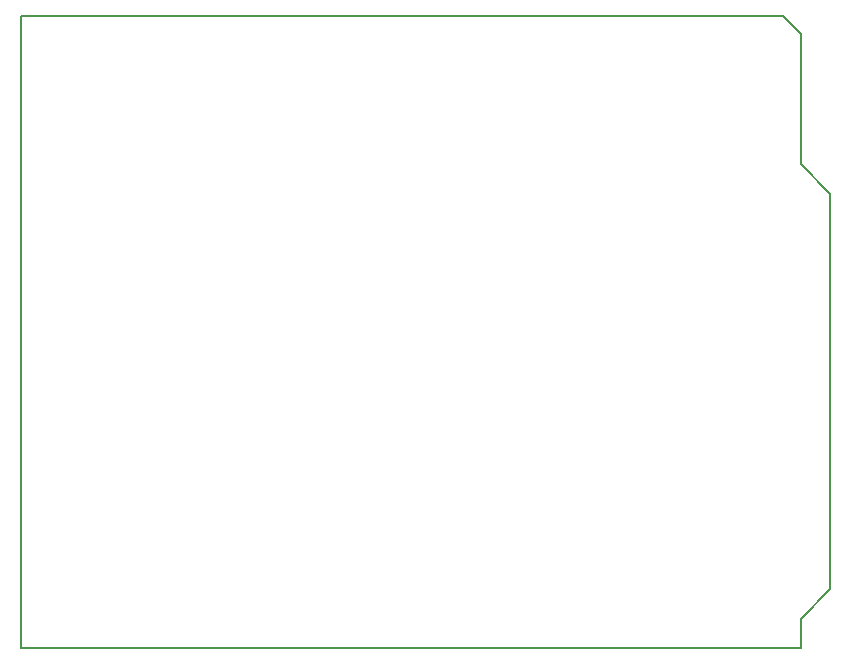
<source format=gbr>
G04 #@! TF.FileFunction,Profile,NP*
%FSLAX46Y46*%
G04 Gerber Fmt 4.6, Leading zero omitted, Abs format (unit mm)*
G04 Created by KiCad (PCBNEW 4.0.1-stable) date 2/3/2016 9:56:59 PM*
%MOMM*%
G01*
G04 APERTURE LIST*
%ADD10C,0.100000*%
%ADD11C,0.150000*%
G04 APERTURE END LIST*
D10*
D11*
X4410000Y-8310000D02*
X4410000Y45190000D01*
X70410000Y-8310000D02*
X4410000Y-8310000D01*
X70410000Y-5810000D02*
X70410000Y-8310000D01*
X72910000Y-3310000D02*
X70410000Y-5810000D01*
X72910000Y30190000D02*
X72910000Y-3310000D01*
X70410000Y32690000D02*
X72910000Y30190000D01*
X70410000Y43690000D02*
X70410000Y32690000D01*
X68910000Y45190000D02*
X70410000Y43690000D01*
X4410000Y45190000D02*
X68910000Y45190000D01*
M02*

</source>
